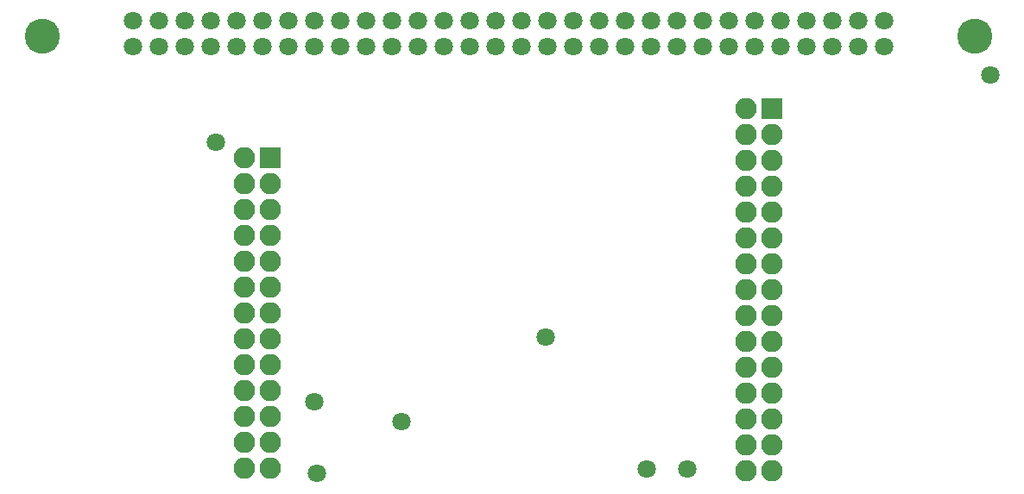
<source format=gbs>
G04 #@! TF.FileFunction,Soldermask,Bot*
%FSLAX46Y46*%
G04 Gerber Fmt 4.6, Leading zero omitted, Abs format (unit mm)*
G04 Created by KiCad (PCBNEW 4.0.1-stable) date 2/17/2017 10:30:23 PM*
%MOMM*%
G01*
G04 APERTURE LIST*
%ADD10C,0.100000*%
%ADD11C,1.797000*%
%ADD12C,3.448000*%
%ADD13R,2.100000X2.100000*%
%ADD14O,2.100000X2.100000*%
G04 APERTURE END LIST*
D10*
D11*
X-36830000Y23704600D03*
X-36830000Y26244600D03*
X-34290000Y23704600D03*
X-34290000Y26244600D03*
X-31750000Y23704600D03*
X-31750000Y26244600D03*
X-29210000Y23704600D03*
X-29210000Y26244600D03*
X-26670000Y23704600D03*
X-26670000Y26244600D03*
X-24130000Y23704600D03*
X-24130000Y26244600D03*
X-21590000Y23704600D03*
X-21590000Y26244600D03*
X-19050000Y23704600D03*
X-19050000Y26244600D03*
X-16510000Y23704600D03*
X-16510000Y26244600D03*
X-13970000Y23704600D03*
X-13970000Y26244600D03*
X-11430000Y23704600D03*
X-11430000Y26244600D03*
X-8890000Y23704600D03*
X-8890000Y26244600D03*
X-6350000Y23704600D03*
X-6350000Y26244600D03*
X-3810000Y23704600D03*
X-3810000Y26244600D03*
X-1270000Y23704600D03*
X-1270000Y26244600D03*
X1270000Y23704600D03*
X1270000Y26244600D03*
X3810000Y23704600D03*
X3810000Y26244600D03*
X6350000Y23704600D03*
X6350000Y26244600D03*
X8890000Y23704600D03*
X8890000Y26244600D03*
X11430000Y23704600D03*
X11430000Y26244600D03*
X13970000Y23704600D03*
X13970000Y26244600D03*
X16510000Y23704600D03*
X16510000Y26244600D03*
X19050000Y23704600D03*
X19050000Y26244600D03*
X21590000Y23704600D03*
X21590000Y26244600D03*
X24130000Y23704600D03*
X24130000Y26244600D03*
X26670000Y23704600D03*
X26670000Y26244600D03*
X29210000Y23704600D03*
X29210000Y26244600D03*
X31750000Y23704600D03*
X31750000Y26244600D03*
X34290000Y23704600D03*
X34290000Y26244600D03*
X36830000Y23704600D03*
X36830000Y26244600D03*
D12*
X45720000Y24720600D03*
X-45720000Y24720600D03*
D13*
X25875000Y17600000D03*
D14*
X23335000Y17600000D03*
X25875000Y15060000D03*
X23335000Y15060000D03*
X25875000Y12520000D03*
X23335000Y12520000D03*
X25875000Y9980000D03*
X23335000Y9980000D03*
X25875000Y7440000D03*
X23335000Y7440000D03*
X25875000Y4900000D03*
X23335000Y4900000D03*
X25875000Y2360000D03*
X23335000Y2360000D03*
X25875000Y-180000D03*
X23335000Y-180000D03*
X25875000Y-2720000D03*
X23335000Y-2720000D03*
X25875000Y-5260000D03*
X23335000Y-5260000D03*
X25875000Y-7800000D03*
X23335000Y-7800000D03*
X25875000Y-10340000D03*
X23335000Y-10340000D03*
X25875000Y-12880000D03*
X23335000Y-12880000D03*
X25875000Y-15420000D03*
X23335000Y-15420000D03*
X25875000Y-17960000D03*
X23335000Y-17960000D03*
D13*
X-23325000Y12800000D03*
D14*
X-25865000Y12800000D03*
X-23325000Y10260000D03*
X-25865000Y10260000D03*
X-23325000Y7720000D03*
X-25865000Y7720000D03*
X-23325000Y5180000D03*
X-25865000Y5180000D03*
X-23325000Y2640000D03*
X-25865000Y2640000D03*
X-23325000Y100000D03*
X-25865000Y100000D03*
X-23325000Y-2440000D03*
X-25865000Y-2440000D03*
X-23325000Y-4980000D03*
X-25865000Y-4980000D03*
X-23325000Y-7520000D03*
X-25865000Y-7520000D03*
X-23325000Y-10060000D03*
X-25865000Y-10060000D03*
X-23325000Y-12600000D03*
X-25865000Y-12600000D03*
X-23325000Y-15140000D03*
X-25865000Y-15140000D03*
X-23325000Y-17680000D03*
X-25865000Y-17680000D03*
D11*
X13589000Y-17805400D03*
X17526000Y-17780000D03*
X-10490200Y-13131800D03*
X-18796000Y-18186400D03*
X3708400Y-4826000D03*
X47294800Y20929600D03*
X-28676600Y14274800D03*
X-19050000Y-11201400D03*
M02*

</source>
